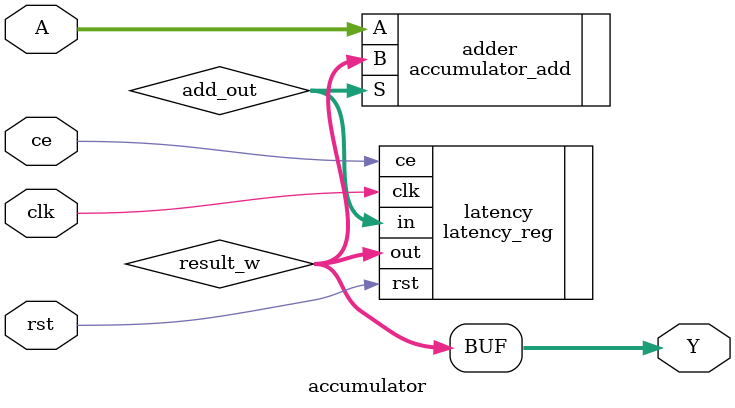
<source format=v>
`timescale 1ns / 1ps


module accumulator(
    input rst,
    input clk,
    input ce,
    input [10:0] A,
    output [30:0] Y
);

wire [30:0] result_w;
wire [30:0] add_out;


accumulator_add adder (
    .A(A),
    .B(result_w),
    .S(add_out)
);

latency_reg latency (
    .rst(rst),
    .clk(clk),
    .ce(ce),
    .in(add_out),
    .out(result_w)
);

assign Y = result_w;

endmodule

</source>
